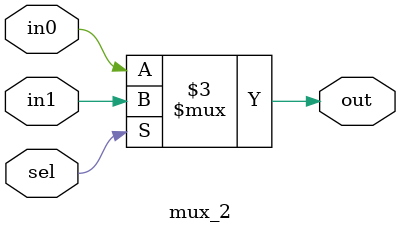
<source format=sv>
`timescale 1ns / 1ps

module mux_2
    #(parameter N = 1) 
    (input [N-1:0] in0, in1, 
    input sel, 
    output reg [N-1:0]out
    );
    
    always @* 
    begin 
        case (sel) 
            1'b0 : out <= in0;
            default : out <= in1;
        endcase
    end 
    
endmodule

</source>
